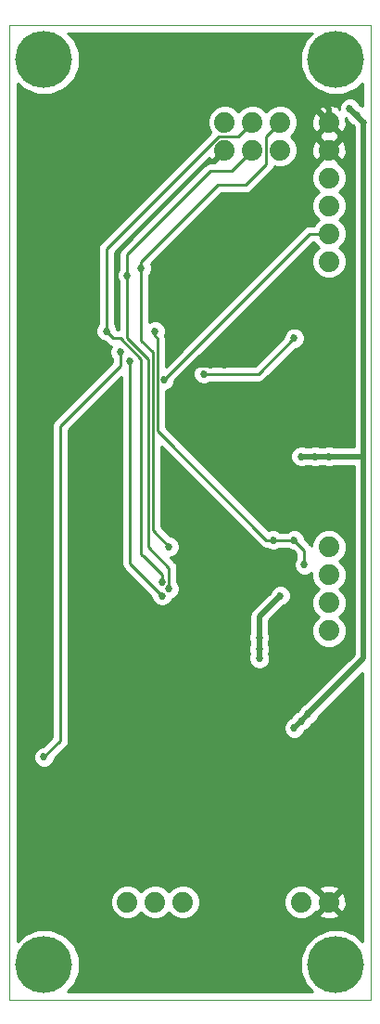
<source format=gbr>
G04 #@! TF.GenerationSoftware,KiCad,Pcbnew,(5.0.2)-1*
G04 #@! TF.CreationDate,2020-06-25T12:03:09-05:00*
G04 #@! TF.ProjectId,ProximityMother_V1,50726f78-696d-4697-9479-4d6f74686572,V1*
G04 #@! TF.SameCoordinates,Original*
G04 #@! TF.FileFunction,Copper,L2,Bot*
G04 #@! TF.FilePolarity,Positive*
%FSLAX46Y46*%
G04 Gerber Fmt 4.6, Leading zero omitted, Abs format (unit mm)*
G04 Created by KiCad (PCBNEW (5.0.2)-1) date 6/25/2020 12:03:09 PM*
%MOMM*%
%LPD*%
G01*
G04 APERTURE LIST*
G04 #@! TA.AperFunction,NonConductor*
%ADD10C,0.025400*%
G04 #@! TD*
G04 #@! TA.AperFunction,ComponentPad*
%ADD11C,1.879600*%
G04 #@! TD*
G04 #@! TA.AperFunction,ComponentPad*
%ADD12C,0.500000*%
G04 #@! TD*
G04 #@! TA.AperFunction,ComponentPad*
%ADD13C,5.200000*%
G04 #@! TD*
G04 #@! TA.AperFunction,ViaPad*
%ADD14C,0.685800*%
G04 #@! TD*
G04 #@! TA.AperFunction,Conductor*
%ADD15C,0.508000*%
G04 #@! TD*
G04 #@! TA.AperFunction,Conductor*
%ADD16C,0.254000*%
G04 #@! TD*
G04 APERTURE END LIST*
D10*
X83820000Y-160020000D02*
X83820000Y-71120000D01*
X116840000Y-160020000D02*
X83820000Y-160020000D01*
X116840000Y-71120000D02*
X116840000Y-160020000D01*
X83820000Y-71120000D02*
X116840000Y-71120000D01*
D11*
G04 #@! TO.P,ICSP1,6*
G04 #@! TO.N,GND*
X103505000Y-82550000D03*
G04 #@! TO.P,ICSP1,5*
G04 #@! TO.N,RESET*
X103505000Y-80010000D03*
G04 #@! TO.P,ICSP1,4*
G04 #@! TO.N,MOSI*
X106045000Y-82550000D03*
G04 #@! TO.P,ICSP1,3*
G04 #@! TO.N,SCK*
X106045000Y-80010000D03*
G04 #@! TO.P,ICSP1,2*
G04 #@! TO.N,+3V3*
X108585000Y-82550000D03*
G04 #@! TO.P,ICSP1,1*
G04 #@! TO.N,MISO*
X108585000Y-80010000D03*
G04 #@! TD*
D12*
G04 #@! TO.P,H1,1*
G04 #@! TO.N,Net-(H1-Pad1)*
X85471000Y-75819000D03*
X85471000Y-72771000D03*
X88519000Y-72771000D03*
X88519000Y-75819000D03*
X86995000Y-76327000D03*
X86995000Y-72263000D03*
X84963000Y-74295000D03*
X89027000Y-74295000D03*
D13*
X86995000Y-74295000D03*
G04 #@! TD*
G04 #@! TO.P,H2,1*
G04 #@! TO.N,Net-(H2-Pad1)*
X113665000Y-74295000D03*
D12*
X115697000Y-74295000D03*
X111633000Y-74295000D03*
X113665000Y-72263000D03*
X113665000Y-76327000D03*
X115189000Y-75819000D03*
X115189000Y-72771000D03*
X112141000Y-72771000D03*
X112141000Y-75819000D03*
G04 #@! TD*
D13*
G04 #@! TO.P,H3,1*
G04 #@! TO.N,Net-(H3-Pad1)*
X113665000Y-156845000D03*
D12*
X115697000Y-156845000D03*
X111633000Y-156845000D03*
X113665000Y-154813000D03*
X113665000Y-158877000D03*
X115189000Y-158369000D03*
X115189000Y-155321000D03*
X112141000Y-155321000D03*
X112141000Y-158369000D03*
G04 #@! TD*
G04 #@! TO.P,H4,1*
G04 #@! TO.N,Net-(H4-Pad1)*
X85471000Y-158369000D03*
X85471000Y-155321000D03*
X88519000Y-155321000D03*
X88519000Y-158369000D03*
X86995000Y-158877000D03*
X86995000Y-154813000D03*
X84963000Y-156845000D03*
X89027000Y-156845000D03*
D13*
X86995000Y-156845000D03*
G04 #@! TD*
D11*
G04 #@! TO.P,J1,1*
G04 #@! TO.N,VIN*
X110490000Y-151130000D03*
G04 #@! TO.P,J1,2*
G04 #@! TO.N,GND*
X113030000Y-151130000D03*
G04 #@! TD*
G04 #@! TO.P,J2,1*
G04 #@! TO.N,LC1_INA*
X113030000Y-126365000D03*
G04 #@! TO.P,J2,2*
G04 #@! TO.N,LC1_INB*
X113030000Y-123825000D03*
G04 #@! TO.P,J2,3*
G04 #@! TO.N,LC2_INA*
X113030000Y-121285000D03*
G04 #@! TO.P,J2,4*
G04 #@! TO.N,LC2_INB*
X113030000Y-118745000D03*
G04 #@! TD*
G04 #@! TO.P,J3,CTS*
G04 #@! TO.N,GND*
X113030000Y-82550000D03*
G04 #@! TO.P,J3,DTR*
G04 #@! TO.N,DTR*
X113030000Y-92710000D03*
G04 #@! TO.P,J3,GND*
G04 #@! TO.N,GND*
X113030000Y-80010000D03*
G04 #@! TO.P,J3,RXI*
G04 #@! TO.N,/ATMEGA328P MCU\002C CLK Gen\002C LDC/TXO*
X113030000Y-90170000D03*
G04 #@! TO.P,J3,TXO*
G04 #@! TO.N,/ATMEGA328P MCU\002C CLK Gen\002C LDC/RXI*
X113030000Y-87630000D03*
G04 #@! TO.P,J3,VCC*
G04 #@! TO.N,+3V3*
X113030000Y-85090000D03*
G04 #@! TD*
G04 #@! TO.P,S1,1*
G04 #@! TO.N,/Power\002C Mux/Demux\002C Connectors/VIN_LDO*
X94615000Y-151130000D03*
G04 #@! TO.P,S1,2*
G04 #@! TO.N,Net-(D1-Pad1)*
X97155000Y-151130000D03*
G04 #@! TO.P,S1,3*
G04 #@! TO.N,Net-(S1-Pad3)*
X99695000Y-151130000D03*
G04 #@! TD*
D14*
G04 #@! TO.N,GND*
X95250000Y-82780000D03*
X96520000Y-82780000D03*
X97790000Y-82780000D03*
X103505000Y-102163880D03*
X100965000Y-102163880D03*
X112395000Y-95250000D03*
X113665000Y-95250000D03*
X114935000Y-95250000D03*
X102235000Y-102163880D03*
G04 #@! TO.N,+3V3*
X116205000Y-80010000D03*
X115570000Y-79375000D03*
X114935000Y-78740000D03*
X109855000Y-135255000D03*
X110490000Y-134620000D03*
X111125000Y-133985000D03*
X113030000Y-110490000D03*
X111760000Y-110490000D03*
X110490000Y-110490000D03*
X108585000Y-123190000D03*
X106680000Y-128905000D03*
X106680000Y-128052500D03*
X106680000Y-127000000D03*
G04 #@! TO.N,MISO*
X98425000Y-118721700D03*
X95885000Y-93345000D03*
G04 #@! TO.N,SCK*
X92710000Y-99060000D03*
X97790000Y-121920000D03*
X97790000Y-121920000D03*
X97790000Y-121920000D03*
G04 #@! TO.N,MOSI*
X98425000Y-122555000D03*
X98425000Y-122555000D03*
X94615000Y-93980000D03*
G04 #@! TO.N,/ATMEGA328P MCU\002C CLK Gen\002C LDC/TXO*
X97954800Y-103505000D03*
G04 #@! TO.N,CTRL_MUX12*
X107950000Y-118110000D03*
X97147380Y-99060000D03*
X110785000Y-120355000D03*
X109855000Y-118110000D03*
G04 #@! TO.N,/ATMEGA328P MCU\002C CLK Gen\002C LDC/PROX_SENSED*
X101600000Y-102963980D03*
X109855000Y-99695000D03*
G04 #@! TO.N,/ATMEGA328P MCU\002C CLK Gen\002C LDC/LOW_BATT*
X93980000Y-100965000D03*
X86995000Y-137909400D03*
G04 #@! TO.N,CSB_LDC*
X94851200Y-101787300D03*
X97790000Y-123190000D03*
X97790000Y-123190000D03*
G04 #@! TD*
D15*
G04 #@! TO.N,GND*
X97790000Y-82780000D02*
X95250000Y-82780000D01*
X96520000Y-82780000D02*
X96520000Y-78740000D01*
X96520000Y-78740000D02*
X98425000Y-76835000D01*
X113030000Y-78740000D02*
X113030000Y-80010000D01*
X113030000Y-78740000D02*
X111125000Y-76835000D01*
X111125000Y-76835000D02*
X109855000Y-76835000D01*
X98425000Y-76835000D02*
X109855000Y-76835000D01*
X109855000Y-76835000D02*
X110490000Y-76835000D01*
X105481120Y-102163880D02*
X112395000Y-95250000D01*
X112395000Y-95250000D02*
X112395000Y-95250000D01*
X112395000Y-95250000D02*
X114935000Y-95250000D01*
X105481120Y-102163880D02*
X100965000Y-102163880D01*
G04 #@! TO.N,+3V3*
X114935000Y-78740000D02*
X116205000Y-80010000D01*
X116205000Y-128905000D02*
X111125000Y-133985000D01*
X111125000Y-133985000D02*
X111125000Y-133985000D01*
X111125000Y-133985000D02*
X110490000Y-134620000D01*
X109855000Y-135255000D02*
X109855000Y-135255000D01*
X110490000Y-134620000D02*
X109855000Y-135255000D01*
X111125000Y-133985000D02*
X111125000Y-133985000D01*
X110490000Y-110490000D02*
X116205000Y-110490000D01*
X116205000Y-80010000D02*
X116205000Y-110490000D01*
X116205000Y-110490000D02*
X116205000Y-128905000D01*
X106680000Y-125095000D02*
X108585000Y-123190000D01*
X106680000Y-127000000D02*
X106680000Y-125095000D01*
X106680000Y-127000000D02*
X106680000Y-128905000D01*
D16*
G04 #@! TO.N,MISO*
X98425000Y-118721700D02*
X96925110Y-117221810D01*
X96925110Y-115332090D02*
X96925400Y-115331800D01*
X96925110Y-117221810D02*
X96925110Y-115332090D01*
X95885000Y-99924600D02*
X96925400Y-100965000D01*
X95885000Y-93345000D02*
X95885000Y-99924600D01*
X96925400Y-115331800D02*
X96925400Y-100965000D01*
X107315000Y-81280000D02*
X108585000Y-80010000D01*
X107315000Y-83820000D02*
X107315000Y-81280000D01*
X105410000Y-85725000D02*
X107315000Y-83820000D01*
X102870000Y-85725000D02*
X105410000Y-85725000D01*
X95885000Y-93345000D02*
X95885000Y-92710000D01*
X95885000Y-92710000D02*
X102870000Y-85725000D01*
G04 #@! TO.N,SCK*
X104775000Y-81280000D02*
X106045000Y-80010000D01*
X102999800Y-81280000D02*
X104775000Y-81280000D01*
X95885000Y-119380000D02*
X96520000Y-120015000D01*
X96520000Y-120015000D02*
X96095700Y-119590700D01*
X97790000Y-121285000D02*
X96520000Y-120015000D01*
X92710000Y-99060000D02*
X93345000Y-99695000D01*
X93345000Y-99695000D02*
X93980000Y-99695000D01*
X93980000Y-99695000D02*
X95885000Y-101600000D01*
X95885000Y-101600000D02*
X95885000Y-119380000D01*
X92710000Y-91569800D02*
X92710000Y-99060000D01*
X102999800Y-81280000D02*
X92710000Y-91569800D01*
X97790000Y-121285000D02*
X97790000Y-121920000D01*
G04 #@! TO.N,MOSI*
X94615000Y-93980000D02*
X94615000Y-99695000D01*
X94615000Y-99695000D02*
X96518990Y-101598990D01*
X96518990Y-101598990D02*
X96518990Y-101601010D01*
X94615000Y-92075000D02*
X94615000Y-93980000D01*
X102235000Y-84455000D02*
X94615000Y-92075000D01*
X106045000Y-82550000D02*
X104140000Y-84455000D01*
X104140000Y-84455000D02*
X102235000Y-84455000D01*
X98425000Y-121920000D02*
X98425000Y-122555000D01*
X98425000Y-120650000D02*
X98425000Y-121920000D01*
X96518701Y-101601299D02*
X96518701Y-118743701D01*
X96518701Y-118743701D02*
X98425000Y-120650000D01*
G04 #@! TO.N,/ATMEGA328P MCU\002C CLK Gen\002C LDC/TXO*
X113030000Y-90170000D02*
X111760000Y-90170000D01*
X111289800Y-90170000D02*
X113030000Y-90170000D01*
X97954800Y-103505000D02*
X111289800Y-90170000D01*
G04 #@! TO.N,CTRL_MUX12*
X97332499Y-108127499D02*
X97790000Y-108585000D01*
X107315000Y-118110000D02*
X97790000Y-108585000D01*
X97790000Y-108585000D02*
X97332100Y-108127100D01*
X97332499Y-99730052D02*
X97332499Y-100965000D01*
X97147380Y-99544933D02*
X97332499Y-99730052D01*
X97147380Y-99060000D02*
X97147380Y-99544933D01*
X97332499Y-99770334D02*
X97332499Y-100965000D01*
X97332499Y-100965000D02*
X97332499Y-108127499D01*
X110785000Y-120355000D02*
X110785000Y-119040000D01*
X109855000Y-118110000D02*
X109855000Y-118110000D01*
X107315000Y-118110000D02*
X109855000Y-118110000D01*
X109855000Y-118110000D02*
X110785000Y-119040000D01*
G04 #@! TO.N,/ATMEGA328P MCU\002C CLK Gen\002C LDC/PROX_SENSED*
X106586020Y-102963980D02*
X109855000Y-99695000D01*
X101600000Y-102963980D02*
X102235000Y-102963980D01*
X102141020Y-102963980D02*
X102235000Y-102963980D01*
X102235000Y-102963980D02*
X106586020Y-102963980D01*
G04 #@! TO.N,/ATMEGA328P MCU\002C CLK Gen\002C LDC/LOW_BATT*
X86995000Y-137909400D02*
X88490500Y-136413900D01*
X93980000Y-100965000D02*
X93980000Y-102235000D01*
X88490500Y-107724500D02*
X88490500Y-108585000D01*
X93980000Y-102235000D02*
X88490500Y-107724500D01*
X88490500Y-136413900D02*
X88490500Y-108585000D01*
G04 #@! TO.N,CSB_LDC*
X94851200Y-119616200D02*
X94851200Y-117475000D01*
X94851200Y-101787300D02*
X94851200Y-117475000D01*
X94851200Y-117475000D02*
X94851200Y-118140700D01*
X94851200Y-120251200D02*
X94851200Y-119616200D01*
X97790000Y-123190000D02*
X94851200Y-120251200D01*
G04 #@! TD*
G04 #@! TO.N,GND*
G36*
X110922500Y-72462520D02*
X110430000Y-73651519D01*
X110430000Y-74938481D01*
X110922500Y-76127480D01*
X111832520Y-77037500D01*
X113021519Y-77530000D01*
X114308481Y-77530000D01*
X115497480Y-77037500D01*
X116078000Y-76456980D01*
X116078000Y-78526950D01*
X115909312Y-78457077D01*
X115852923Y-78400688D01*
X115764023Y-78186064D01*
X115488936Y-77910977D01*
X115129516Y-77762100D01*
X114740484Y-77762100D01*
X114381064Y-77910977D01*
X114105977Y-78186064D01*
X113957100Y-78545484D01*
X113957100Y-78894571D01*
X113868077Y-78640420D01*
X113280167Y-78423955D01*
X112654172Y-78448951D01*
X112191923Y-78640420D01*
X112100637Y-78901032D01*
X113030000Y-79830395D01*
X113044143Y-79816253D01*
X113223748Y-79995858D01*
X113209605Y-80010000D01*
X114138968Y-80939363D01*
X114399580Y-80848077D01*
X114616045Y-80260167D01*
X114591935Y-79656369D01*
X114595688Y-79657923D01*
X114652077Y-79714312D01*
X114740977Y-79928936D01*
X115016064Y-80204023D01*
X115230687Y-80292923D01*
X115287077Y-80349313D01*
X115316000Y-80419139D01*
X115316001Y-109601000D01*
X113439139Y-109601000D01*
X113224516Y-109512100D01*
X112835484Y-109512100D01*
X112620861Y-109601000D01*
X112169139Y-109601000D01*
X111954516Y-109512100D01*
X111565484Y-109512100D01*
X111350861Y-109601000D01*
X110899139Y-109601000D01*
X110684516Y-109512100D01*
X110295484Y-109512100D01*
X109936064Y-109660977D01*
X109660977Y-109936064D01*
X109512100Y-110295484D01*
X109512100Y-110684516D01*
X109660977Y-111043936D01*
X109936064Y-111319023D01*
X110295484Y-111467900D01*
X110684516Y-111467900D01*
X110899139Y-111379000D01*
X111350861Y-111379000D01*
X111565484Y-111467900D01*
X111954516Y-111467900D01*
X112169139Y-111379000D01*
X112620861Y-111379000D01*
X112835484Y-111467900D01*
X113224516Y-111467900D01*
X113439139Y-111379000D01*
X115316000Y-111379000D01*
X115316001Y-128536763D01*
X110785689Y-133067076D01*
X110571064Y-133155977D01*
X110295977Y-133431064D01*
X110207077Y-133645688D01*
X110150688Y-133702077D01*
X109936064Y-133790977D01*
X109660977Y-134066064D01*
X109572077Y-134280688D01*
X109515688Y-134337077D01*
X109301064Y-134425977D01*
X109025977Y-134701064D01*
X108877100Y-135060484D01*
X108877100Y-135449516D01*
X109025977Y-135808936D01*
X109301064Y-136084023D01*
X109660484Y-136232900D01*
X110049516Y-136232900D01*
X110408936Y-136084023D01*
X110684023Y-135808936D01*
X110772923Y-135594312D01*
X110829312Y-135537923D01*
X111043936Y-135449023D01*
X111319023Y-135173936D01*
X111407923Y-134959312D01*
X111464312Y-134902923D01*
X111678936Y-134814023D01*
X111954023Y-134538936D01*
X112042924Y-134324311D01*
X116078000Y-130289236D01*
X116078000Y-154683020D01*
X115497480Y-154102500D01*
X114308481Y-153610000D01*
X113021519Y-153610000D01*
X111832520Y-154102500D01*
X110922500Y-155012520D01*
X110430000Y-156201519D01*
X110430000Y-157488481D01*
X110922500Y-158677480D01*
X111503020Y-159258000D01*
X89156980Y-159258000D01*
X89737500Y-158677480D01*
X90230000Y-157488481D01*
X90230000Y-156201519D01*
X89737500Y-155012520D01*
X88827480Y-154102500D01*
X87638481Y-153610000D01*
X86351519Y-153610000D01*
X85162520Y-154102500D01*
X84582000Y-154683020D01*
X84582000Y-150816753D01*
X93040200Y-150816753D01*
X93040200Y-151443247D01*
X93279949Y-152022052D01*
X93722948Y-152465051D01*
X94301753Y-152704800D01*
X94928247Y-152704800D01*
X95507052Y-152465051D01*
X95885000Y-152087103D01*
X96262948Y-152465051D01*
X96841753Y-152704800D01*
X97468247Y-152704800D01*
X98047052Y-152465051D01*
X98425000Y-152087103D01*
X98802948Y-152465051D01*
X99381753Y-152704800D01*
X100008247Y-152704800D01*
X100587052Y-152465051D01*
X101030051Y-152022052D01*
X101269800Y-151443247D01*
X101269800Y-150816753D01*
X108915200Y-150816753D01*
X108915200Y-151443247D01*
X109154949Y-152022052D01*
X109597948Y-152465051D01*
X110176753Y-152704800D01*
X110803247Y-152704800D01*
X111382052Y-152465051D01*
X111608135Y-152238968D01*
X112100637Y-152238968D01*
X112191923Y-152499580D01*
X112779833Y-152716045D01*
X113405828Y-152691049D01*
X113868077Y-152499580D01*
X113959363Y-152238968D01*
X113030000Y-151309605D01*
X112100637Y-152238968D01*
X111608135Y-152238968D01*
X111822317Y-152024786D01*
X111921032Y-152059363D01*
X112850395Y-151130000D01*
X113209605Y-151130000D01*
X114138968Y-152059363D01*
X114399580Y-151968077D01*
X114616045Y-151380167D01*
X114591049Y-150754172D01*
X114399580Y-150291923D01*
X114138968Y-150200637D01*
X113209605Y-151130000D01*
X112850395Y-151130000D01*
X111921032Y-150200637D01*
X111822317Y-150235214D01*
X111608135Y-150021032D01*
X112100637Y-150021032D01*
X113030000Y-150950395D01*
X113959363Y-150021032D01*
X113868077Y-149760420D01*
X113280167Y-149543955D01*
X112654172Y-149568951D01*
X112191923Y-149760420D01*
X112100637Y-150021032D01*
X111608135Y-150021032D01*
X111382052Y-149794949D01*
X110803247Y-149555200D01*
X110176753Y-149555200D01*
X109597948Y-149794949D01*
X109154949Y-150237948D01*
X108915200Y-150816753D01*
X101269800Y-150816753D01*
X101030051Y-150237948D01*
X100587052Y-149794949D01*
X100008247Y-149555200D01*
X99381753Y-149555200D01*
X98802948Y-149794949D01*
X98425000Y-150172897D01*
X98047052Y-149794949D01*
X97468247Y-149555200D01*
X96841753Y-149555200D01*
X96262948Y-149794949D01*
X95885000Y-150172897D01*
X95507052Y-149794949D01*
X94928247Y-149555200D01*
X94301753Y-149555200D01*
X93722948Y-149794949D01*
X93279949Y-150237948D01*
X93040200Y-150816753D01*
X84582000Y-150816753D01*
X84582000Y-137714884D01*
X86017100Y-137714884D01*
X86017100Y-138103916D01*
X86165977Y-138463336D01*
X86441064Y-138738423D01*
X86800484Y-138887300D01*
X87189516Y-138887300D01*
X87548936Y-138738423D01*
X87824023Y-138463336D01*
X87972900Y-138103916D01*
X87972900Y-138009130D01*
X88976250Y-137005781D01*
X89039871Y-136963271D01*
X89208288Y-136711217D01*
X89252500Y-136488948D01*
X89252500Y-136488944D01*
X89267427Y-136413901D01*
X89252500Y-136338858D01*
X89252500Y-126805484D01*
X105702100Y-126805484D01*
X105702100Y-127194516D01*
X105791000Y-127409140D01*
X105791000Y-127643360D01*
X105702100Y-127857984D01*
X105702100Y-128247016D01*
X105791001Y-128461641D01*
X105791001Y-128495859D01*
X105702100Y-128710484D01*
X105702100Y-129099516D01*
X105850977Y-129458936D01*
X106126064Y-129734023D01*
X106485484Y-129882900D01*
X106874516Y-129882900D01*
X107233936Y-129734023D01*
X107509023Y-129458936D01*
X107657900Y-129099516D01*
X107657900Y-128710484D01*
X107569000Y-128495861D01*
X107569000Y-128461639D01*
X107657900Y-128247016D01*
X107657900Y-127857984D01*
X107569000Y-127643361D01*
X107569000Y-127409139D01*
X107657900Y-127194516D01*
X107657900Y-126805484D01*
X107569000Y-126590861D01*
X107569000Y-125463235D01*
X108924313Y-124107923D01*
X109138936Y-124019023D01*
X109414023Y-123743936D01*
X109562900Y-123384516D01*
X109562900Y-122995484D01*
X109414023Y-122636064D01*
X109138936Y-122360977D01*
X108779516Y-122212100D01*
X108390484Y-122212100D01*
X108031064Y-122360977D01*
X107755977Y-122636064D01*
X107667077Y-122850687D01*
X106113294Y-124404471D01*
X106039068Y-124454067D01*
X105989472Y-124528293D01*
X105989471Y-124528294D01*
X105842582Y-124748130D01*
X105773584Y-125095000D01*
X105791001Y-125182559D01*
X105791000Y-126590860D01*
X105702100Y-126805484D01*
X89252500Y-126805484D01*
X89252500Y-108040130D01*
X94089200Y-103203431D01*
X94089201Y-117399948D01*
X94089200Y-117399953D01*
X94089200Y-118215748D01*
X94089201Y-118215751D01*
X94089200Y-119541152D01*
X94089200Y-120176157D01*
X94074273Y-120251200D01*
X94089200Y-120326243D01*
X94089200Y-120326247D01*
X94133412Y-120548516D01*
X94301829Y-120800571D01*
X94365453Y-120843083D01*
X96812100Y-123289731D01*
X96812100Y-123384516D01*
X96960977Y-123743936D01*
X97236064Y-124019023D01*
X97595484Y-124167900D01*
X97984516Y-124167900D01*
X98343936Y-124019023D01*
X98619023Y-123743936D01*
X98724439Y-123489439D01*
X98978936Y-123384023D01*
X99254023Y-123108936D01*
X99402900Y-122749516D01*
X99402900Y-122360484D01*
X99254023Y-122001064D01*
X99187000Y-121934041D01*
X99187000Y-120725043D01*
X99201927Y-120650000D01*
X99187000Y-120574957D01*
X99187000Y-120574952D01*
X99142788Y-120352683D01*
X98974371Y-120100629D01*
X98910750Y-120058119D01*
X98552231Y-119699600D01*
X98619516Y-119699600D01*
X98978936Y-119550723D01*
X99254023Y-119275636D01*
X99402900Y-118916216D01*
X99402900Y-118527184D01*
X99254023Y-118167764D01*
X98978936Y-117892677D01*
X98619516Y-117743800D01*
X98524731Y-117743800D01*
X97687110Y-116906180D01*
X97687110Y-115408306D01*
X97687400Y-115406848D01*
X97687400Y-115406844D01*
X97702327Y-115331801D01*
X97687400Y-115256758D01*
X97687400Y-109560030D01*
X106723117Y-118595748D01*
X106765629Y-118659371D01*
X106829251Y-118701882D01*
X107017681Y-118827787D01*
X107017682Y-118827787D01*
X107017683Y-118827788D01*
X107239952Y-118872000D01*
X107239956Y-118872000D01*
X107314999Y-118886927D01*
X107339162Y-118882121D01*
X107396064Y-118939023D01*
X107755484Y-119087900D01*
X108144516Y-119087900D01*
X108503936Y-118939023D01*
X108570959Y-118872000D01*
X109234041Y-118872000D01*
X109301064Y-118939023D01*
X109660484Y-119087900D01*
X109755270Y-119087900D01*
X110023001Y-119355631D01*
X110023000Y-119734041D01*
X109955977Y-119801064D01*
X109807100Y-120160484D01*
X109807100Y-120549516D01*
X109955977Y-120908936D01*
X110231064Y-121184023D01*
X110590484Y-121332900D01*
X110979516Y-121332900D01*
X111338936Y-121184023D01*
X111455200Y-121067759D01*
X111455200Y-121598247D01*
X111694949Y-122177052D01*
X112072897Y-122555000D01*
X111694949Y-122932948D01*
X111455200Y-123511753D01*
X111455200Y-124138247D01*
X111694949Y-124717052D01*
X112072897Y-125095000D01*
X111694949Y-125472948D01*
X111455200Y-126051753D01*
X111455200Y-126678247D01*
X111694949Y-127257052D01*
X112137948Y-127700051D01*
X112716753Y-127939800D01*
X113343247Y-127939800D01*
X113922052Y-127700051D01*
X114365051Y-127257052D01*
X114604800Y-126678247D01*
X114604800Y-126051753D01*
X114365051Y-125472948D01*
X113987103Y-125095000D01*
X114365051Y-124717052D01*
X114604800Y-124138247D01*
X114604800Y-123511753D01*
X114365051Y-122932948D01*
X113987103Y-122555000D01*
X114365051Y-122177052D01*
X114604800Y-121598247D01*
X114604800Y-120971753D01*
X114365051Y-120392948D01*
X113987103Y-120015000D01*
X114365051Y-119637052D01*
X114604800Y-119058247D01*
X114604800Y-118431753D01*
X114365051Y-117852948D01*
X113922052Y-117409949D01*
X113343247Y-117170200D01*
X112716753Y-117170200D01*
X112137948Y-117409949D01*
X111694949Y-117852948D01*
X111455200Y-118431753D01*
X111455200Y-118671462D01*
X111334371Y-118490629D01*
X111270749Y-118448118D01*
X110832900Y-118010270D01*
X110832900Y-117915484D01*
X110684023Y-117556064D01*
X110408936Y-117280977D01*
X110049516Y-117132100D01*
X109660484Y-117132100D01*
X109301064Y-117280977D01*
X109234041Y-117348000D01*
X108570959Y-117348000D01*
X108503936Y-117280977D01*
X108144516Y-117132100D01*
X107755484Y-117132100D01*
X107514535Y-117231904D01*
X98275748Y-107993118D01*
X98094499Y-107811869D01*
X98094499Y-104482900D01*
X98149316Y-104482900D01*
X98508736Y-104334023D01*
X98783823Y-104058936D01*
X98932700Y-103699516D01*
X98932700Y-103604730D01*
X99767966Y-102769464D01*
X100622100Y-102769464D01*
X100622100Y-103158496D01*
X100770977Y-103517916D01*
X101046064Y-103793003D01*
X101405484Y-103941880D01*
X101794516Y-103941880D01*
X102153936Y-103793003D01*
X102220959Y-103725980D01*
X106510977Y-103725980D01*
X106586020Y-103740907D01*
X106661063Y-103725980D01*
X106661068Y-103725980D01*
X106883337Y-103681768D01*
X107135391Y-103513351D01*
X107177903Y-103449727D01*
X109954731Y-100672900D01*
X110049516Y-100672900D01*
X110408936Y-100524023D01*
X110684023Y-100248936D01*
X110832900Y-99889516D01*
X110832900Y-99500484D01*
X110684023Y-99141064D01*
X110408936Y-98865977D01*
X110049516Y-98717100D01*
X109660484Y-98717100D01*
X109301064Y-98865977D01*
X109025977Y-99141064D01*
X108877100Y-99500484D01*
X108877100Y-99595269D01*
X106270390Y-102201980D01*
X102220959Y-102201980D01*
X102153936Y-102134957D01*
X101794516Y-101986080D01*
X101405484Y-101986080D01*
X101046064Y-102134957D01*
X100770977Y-102410044D01*
X100622100Y-102769464D01*
X99767966Y-102769464D01*
X111605431Y-90932000D01*
X111641080Y-90932000D01*
X111694949Y-91062052D01*
X112072897Y-91440000D01*
X111694949Y-91817948D01*
X111455200Y-92396753D01*
X111455200Y-93023247D01*
X111694949Y-93602052D01*
X112137948Y-94045051D01*
X112716753Y-94284800D01*
X113343247Y-94284800D01*
X113922052Y-94045051D01*
X114365051Y-93602052D01*
X114604800Y-93023247D01*
X114604800Y-92396753D01*
X114365051Y-91817948D01*
X113987103Y-91440000D01*
X114365051Y-91062052D01*
X114604800Y-90483247D01*
X114604800Y-89856753D01*
X114365051Y-89277948D01*
X113987103Y-88900000D01*
X114365051Y-88522052D01*
X114604800Y-87943247D01*
X114604800Y-87316753D01*
X114365051Y-86737948D01*
X113987103Y-86360000D01*
X114365051Y-85982052D01*
X114604800Y-85403247D01*
X114604800Y-84776753D01*
X114365051Y-84197948D01*
X113924786Y-83757683D01*
X113959363Y-83658968D01*
X113030000Y-82729605D01*
X112100637Y-83658968D01*
X112135214Y-83757683D01*
X111694949Y-84197948D01*
X111455200Y-84776753D01*
X111455200Y-85403247D01*
X111694949Y-85982052D01*
X112072897Y-86360000D01*
X111694949Y-86737948D01*
X111455200Y-87316753D01*
X111455200Y-87943247D01*
X111694949Y-88522052D01*
X112072897Y-88900000D01*
X111694949Y-89277948D01*
X111641080Y-89408000D01*
X111364847Y-89408000D01*
X111289800Y-89393072D01*
X111214753Y-89408000D01*
X111214752Y-89408000D01*
X110992483Y-89452212D01*
X110740429Y-89620629D01*
X110697918Y-89684251D01*
X98094499Y-102287671D01*
X98094499Y-99805099D01*
X98109427Y-99730052D01*
X98088985Y-99627283D01*
X98050667Y-99434647D01*
X98125280Y-99254516D01*
X98125280Y-98865484D01*
X97976403Y-98506064D01*
X97701316Y-98230977D01*
X97341896Y-98082100D01*
X96952864Y-98082100D01*
X96647000Y-98208793D01*
X96647000Y-93965959D01*
X96714023Y-93898936D01*
X96862900Y-93539516D01*
X96862900Y-93150484D01*
X96763095Y-92909535D01*
X103185631Y-86487000D01*
X105334957Y-86487000D01*
X105410000Y-86501927D01*
X105485043Y-86487000D01*
X105485048Y-86487000D01*
X105707317Y-86442788D01*
X105959371Y-86274371D01*
X106001883Y-86210747D01*
X107800750Y-84411881D01*
X107864371Y-84369371D01*
X108032788Y-84117317D01*
X108049603Y-84032782D01*
X108271753Y-84124800D01*
X108898247Y-84124800D01*
X109477052Y-83885051D01*
X109920051Y-83442052D01*
X110159800Y-82863247D01*
X110159800Y-82299833D01*
X111443955Y-82299833D01*
X111468951Y-82925828D01*
X111660420Y-83388077D01*
X111921032Y-83479363D01*
X112850395Y-82550000D01*
X113209605Y-82550000D01*
X114138968Y-83479363D01*
X114399580Y-83388077D01*
X114616045Y-82800167D01*
X114591049Y-82174172D01*
X114399580Y-81711923D01*
X114138968Y-81620637D01*
X113209605Y-82550000D01*
X112850395Y-82550000D01*
X111921032Y-81620637D01*
X111660420Y-81711923D01*
X111443955Y-82299833D01*
X110159800Y-82299833D01*
X110159800Y-82236753D01*
X109920051Y-81657948D01*
X109542103Y-81280000D01*
X109703135Y-81118968D01*
X112100637Y-81118968D01*
X112157043Y-81280000D01*
X112100637Y-81441032D01*
X113030000Y-82370395D01*
X113959363Y-81441032D01*
X113902957Y-81280000D01*
X113959363Y-81118968D01*
X113030000Y-80189605D01*
X112100637Y-81118968D01*
X109703135Y-81118968D01*
X109920051Y-80902052D01*
X110159800Y-80323247D01*
X110159800Y-79759833D01*
X111443955Y-79759833D01*
X111468951Y-80385828D01*
X111660420Y-80848077D01*
X111921032Y-80939363D01*
X112850395Y-80010000D01*
X111921032Y-79080637D01*
X111660420Y-79171923D01*
X111443955Y-79759833D01*
X110159800Y-79759833D01*
X110159800Y-79696753D01*
X109920051Y-79117948D01*
X109477052Y-78674949D01*
X108898247Y-78435200D01*
X108271753Y-78435200D01*
X107692948Y-78674949D01*
X107315000Y-79052897D01*
X106937052Y-78674949D01*
X106358247Y-78435200D01*
X105731753Y-78435200D01*
X105152948Y-78674949D01*
X104775000Y-79052897D01*
X104397052Y-78674949D01*
X103818247Y-78435200D01*
X103191753Y-78435200D01*
X102612948Y-78674949D01*
X102169949Y-79117948D01*
X101930200Y-79696753D01*
X101930200Y-80323247D01*
X102169949Y-80902052D01*
X102235033Y-80967136D01*
X92224253Y-90977916D01*
X92160629Y-91020429D01*
X91992212Y-91272484D01*
X91948000Y-91494753D01*
X91948000Y-91494757D01*
X91933073Y-91569800D01*
X91948000Y-91644843D01*
X91948001Y-98439040D01*
X91880977Y-98506064D01*
X91732100Y-98865484D01*
X91732100Y-99254516D01*
X91880977Y-99613936D01*
X92156064Y-99889023D01*
X92515484Y-100037900D01*
X92610269Y-100037900D01*
X92753117Y-100180748D01*
X92795629Y-100244371D01*
X93047683Y-100412788D01*
X93142454Y-100431639D01*
X93002100Y-100770484D01*
X93002100Y-101159516D01*
X93150977Y-101518936D01*
X93218000Y-101585959D01*
X93218001Y-101919368D01*
X88004753Y-107132617D01*
X87941129Y-107175129D01*
X87772712Y-107427184D01*
X87728500Y-107649453D01*
X87728500Y-107649457D01*
X87713573Y-107724500D01*
X87728500Y-107799543D01*
X87728500Y-108660048D01*
X87728501Y-108660053D01*
X87728500Y-136098269D01*
X86895270Y-136931500D01*
X86800484Y-136931500D01*
X86441064Y-137080377D01*
X86165977Y-137355464D01*
X86017100Y-137714884D01*
X84582000Y-137714884D01*
X84582000Y-76456980D01*
X85162520Y-77037500D01*
X86351519Y-77530000D01*
X87638481Y-77530000D01*
X88827480Y-77037500D01*
X89737500Y-76127480D01*
X90230000Y-74938481D01*
X90230000Y-73651519D01*
X89737500Y-72462520D01*
X89156980Y-71882000D01*
X111503020Y-71882000D01*
X110922500Y-72462520D01*
X110922500Y-72462520D01*
G37*
X110922500Y-72462520D02*
X110430000Y-73651519D01*
X110430000Y-74938481D01*
X110922500Y-76127480D01*
X111832520Y-77037500D01*
X113021519Y-77530000D01*
X114308481Y-77530000D01*
X115497480Y-77037500D01*
X116078000Y-76456980D01*
X116078000Y-78526950D01*
X115909312Y-78457077D01*
X115852923Y-78400688D01*
X115764023Y-78186064D01*
X115488936Y-77910977D01*
X115129516Y-77762100D01*
X114740484Y-77762100D01*
X114381064Y-77910977D01*
X114105977Y-78186064D01*
X113957100Y-78545484D01*
X113957100Y-78894571D01*
X113868077Y-78640420D01*
X113280167Y-78423955D01*
X112654172Y-78448951D01*
X112191923Y-78640420D01*
X112100637Y-78901032D01*
X113030000Y-79830395D01*
X113044143Y-79816253D01*
X113223748Y-79995858D01*
X113209605Y-80010000D01*
X114138968Y-80939363D01*
X114399580Y-80848077D01*
X114616045Y-80260167D01*
X114591935Y-79656369D01*
X114595688Y-79657923D01*
X114652077Y-79714312D01*
X114740977Y-79928936D01*
X115016064Y-80204023D01*
X115230687Y-80292923D01*
X115287077Y-80349313D01*
X115316000Y-80419139D01*
X115316001Y-109601000D01*
X113439139Y-109601000D01*
X113224516Y-109512100D01*
X112835484Y-109512100D01*
X112620861Y-109601000D01*
X112169139Y-109601000D01*
X111954516Y-109512100D01*
X111565484Y-109512100D01*
X111350861Y-109601000D01*
X110899139Y-109601000D01*
X110684516Y-109512100D01*
X110295484Y-109512100D01*
X109936064Y-109660977D01*
X109660977Y-109936064D01*
X109512100Y-110295484D01*
X109512100Y-110684516D01*
X109660977Y-111043936D01*
X109936064Y-111319023D01*
X110295484Y-111467900D01*
X110684516Y-111467900D01*
X110899139Y-111379000D01*
X111350861Y-111379000D01*
X111565484Y-111467900D01*
X111954516Y-111467900D01*
X112169139Y-111379000D01*
X112620861Y-111379000D01*
X112835484Y-111467900D01*
X113224516Y-111467900D01*
X113439139Y-111379000D01*
X115316000Y-111379000D01*
X115316001Y-128536763D01*
X110785689Y-133067076D01*
X110571064Y-133155977D01*
X110295977Y-133431064D01*
X110207077Y-133645688D01*
X110150688Y-133702077D01*
X109936064Y-133790977D01*
X109660977Y-134066064D01*
X109572077Y-134280688D01*
X109515688Y-134337077D01*
X109301064Y-134425977D01*
X109025977Y-134701064D01*
X108877100Y-135060484D01*
X108877100Y-135449516D01*
X109025977Y-135808936D01*
X109301064Y-136084023D01*
X109660484Y-136232900D01*
X110049516Y-136232900D01*
X110408936Y-136084023D01*
X110684023Y-135808936D01*
X110772923Y-135594312D01*
X110829312Y-135537923D01*
X111043936Y-135449023D01*
X111319023Y-135173936D01*
X111407923Y-134959312D01*
X111464312Y-134902923D01*
X111678936Y-134814023D01*
X111954023Y-134538936D01*
X112042924Y-134324311D01*
X116078000Y-130289236D01*
X116078000Y-154683020D01*
X115497480Y-154102500D01*
X114308481Y-153610000D01*
X113021519Y-153610000D01*
X111832520Y-154102500D01*
X110922500Y-155012520D01*
X110430000Y-156201519D01*
X110430000Y-157488481D01*
X110922500Y-158677480D01*
X111503020Y-159258000D01*
X89156980Y-159258000D01*
X89737500Y-158677480D01*
X90230000Y-157488481D01*
X90230000Y-156201519D01*
X89737500Y-155012520D01*
X88827480Y-154102500D01*
X87638481Y-153610000D01*
X86351519Y-153610000D01*
X85162520Y-154102500D01*
X84582000Y-154683020D01*
X84582000Y-150816753D01*
X93040200Y-150816753D01*
X93040200Y-151443247D01*
X93279949Y-152022052D01*
X93722948Y-152465051D01*
X94301753Y-152704800D01*
X94928247Y-152704800D01*
X95507052Y-152465051D01*
X95885000Y-152087103D01*
X96262948Y-152465051D01*
X96841753Y-152704800D01*
X97468247Y-152704800D01*
X98047052Y-152465051D01*
X98425000Y-152087103D01*
X98802948Y-152465051D01*
X99381753Y-152704800D01*
X100008247Y-152704800D01*
X100587052Y-152465051D01*
X101030051Y-152022052D01*
X101269800Y-151443247D01*
X101269800Y-150816753D01*
X108915200Y-150816753D01*
X108915200Y-151443247D01*
X109154949Y-152022052D01*
X109597948Y-152465051D01*
X110176753Y-152704800D01*
X110803247Y-152704800D01*
X111382052Y-152465051D01*
X111608135Y-152238968D01*
X112100637Y-152238968D01*
X112191923Y-152499580D01*
X112779833Y-152716045D01*
X113405828Y-152691049D01*
X113868077Y-152499580D01*
X113959363Y-152238968D01*
X113030000Y-151309605D01*
X112100637Y-152238968D01*
X111608135Y-152238968D01*
X111822317Y-152024786D01*
X111921032Y-152059363D01*
X112850395Y-151130000D01*
X113209605Y-151130000D01*
X114138968Y-152059363D01*
X114399580Y-151968077D01*
X114616045Y-151380167D01*
X114591049Y-150754172D01*
X114399580Y-150291923D01*
X114138968Y-150200637D01*
X113209605Y-151130000D01*
X112850395Y-151130000D01*
X111921032Y-150200637D01*
X111822317Y-150235214D01*
X111608135Y-150021032D01*
X112100637Y-150021032D01*
X113030000Y-150950395D01*
X113959363Y-150021032D01*
X113868077Y-149760420D01*
X113280167Y-149543955D01*
X112654172Y-149568951D01*
X112191923Y-149760420D01*
X112100637Y-150021032D01*
X111608135Y-150021032D01*
X111382052Y-149794949D01*
X110803247Y-149555200D01*
X110176753Y-149555200D01*
X109597948Y-149794949D01*
X109154949Y-150237948D01*
X108915200Y-150816753D01*
X101269800Y-150816753D01*
X101030051Y-150237948D01*
X100587052Y-149794949D01*
X100008247Y-149555200D01*
X99381753Y-149555200D01*
X98802948Y-149794949D01*
X98425000Y-150172897D01*
X98047052Y-149794949D01*
X97468247Y-149555200D01*
X96841753Y-149555200D01*
X96262948Y-149794949D01*
X95885000Y-150172897D01*
X95507052Y-149794949D01*
X94928247Y-149555200D01*
X94301753Y-149555200D01*
X93722948Y-149794949D01*
X93279949Y-150237948D01*
X93040200Y-150816753D01*
X84582000Y-150816753D01*
X84582000Y-137714884D01*
X86017100Y-137714884D01*
X86017100Y-138103916D01*
X86165977Y-138463336D01*
X86441064Y-138738423D01*
X86800484Y-138887300D01*
X87189516Y-138887300D01*
X87548936Y-138738423D01*
X87824023Y-138463336D01*
X87972900Y-138103916D01*
X87972900Y-138009130D01*
X88976250Y-137005781D01*
X89039871Y-136963271D01*
X89208288Y-136711217D01*
X89252500Y-136488948D01*
X89252500Y-136488944D01*
X89267427Y-136413901D01*
X89252500Y-136338858D01*
X89252500Y-126805484D01*
X105702100Y-126805484D01*
X105702100Y-127194516D01*
X105791000Y-127409140D01*
X105791000Y-127643360D01*
X105702100Y-127857984D01*
X105702100Y-128247016D01*
X105791001Y-128461641D01*
X105791001Y-128495859D01*
X105702100Y-128710484D01*
X105702100Y-129099516D01*
X105850977Y-129458936D01*
X106126064Y-129734023D01*
X106485484Y-129882900D01*
X106874516Y-129882900D01*
X107233936Y-129734023D01*
X107509023Y-129458936D01*
X107657900Y-129099516D01*
X107657900Y-128710484D01*
X107569000Y-128495861D01*
X107569000Y-128461639D01*
X107657900Y-128247016D01*
X107657900Y-127857984D01*
X107569000Y-127643361D01*
X107569000Y-127409139D01*
X107657900Y-127194516D01*
X107657900Y-126805484D01*
X107569000Y-126590861D01*
X107569000Y-125463235D01*
X108924313Y-124107923D01*
X109138936Y-124019023D01*
X109414023Y-123743936D01*
X109562900Y-123384516D01*
X109562900Y-122995484D01*
X109414023Y-122636064D01*
X109138936Y-122360977D01*
X108779516Y-122212100D01*
X108390484Y-122212100D01*
X108031064Y-122360977D01*
X107755977Y-122636064D01*
X107667077Y-122850687D01*
X106113294Y-124404471D01*
X106039068Y-124454067D01*
X105989472Y-124528293D01*
X105989471Y-124528294D01*
X105842582Y-124748130D01*
X105773584Y-125095000D01*
X105791001Y-125182559D01*
X105791000Y-126590860D01*
X105702100Y-126805484D01*
X89252500Y-126805484D01*
X89252500Y-108040130D01*
X94089200Y-103203431D01*
X94089201Y-117399948D01*
X94089200Y-117399953D01*
X94089200Y-118215748D01*
X94089201Y-118215751D01*
X94089200Y-119541152D01*
X94089200Y-120176157D01*
X94074273Y-120251200D01*
X94089200Y-120326243D01*
X94089200Y-120326247D01*
X94133412Y-120548516D01*
X94301829Y-120800571D01*
X94365453Y-120843083D01*
X96812100Y-123289731D01*
X96812100Y-123384516D01*
X96960977Y-123743936D01*
X97236064Y-124019023D01*
X97595484Y-124167900D01*
X97984516Y-124167900D01*
X98343936Y-124019023D01*
X98619023Y-123743936D01*
X98724439Y-123489439D01*
X98978936Y-123384023D01*
X99254023Y-123108936D01*
X99402900Y-122749516D01*
X99402900Y-122360484D01*
X99254023Y-122001064D01*
X99187000Y-121934041D01*
X99187000Y-120725043D01*
X99201927Y-120650000D01*
X99187000Y-120574957D01*
X99187000Y-120574952D01*
X99142788Y-120352683D01*
X98974371Y-120100629D01*
X98910750Y-120058119D01*
X98552231Y-119699600D01*
X98619516Y-119699600D01*
X98978936Y-119550723D01*
X99254023Y-119275636D01*
X99402900Y-118916216D01*
X99402900Y-118527184D01*
X99254023Y-118167764D01*
X98978936Y-117892677D01*
X98619516Y-117743800D01*
X98524731Y-117743800D01*
X97687110Y-116906180D01*
X97687110Y-115408306D01*
X97687400Y-115406848D01*
X97687400Y-115406844D01*
X97702327Y-115331801D01*
X97687400Y-115256758D01*
X97687400Y-109560030D01*
X106723117Y-118595748D01*
X106765629Y-118659371D01*
X106829251Y-118701882D01*
X107017681Y-118827787D01*
X107017682Y-118827787D01*
X107017683Y-118827788D01*
X107239952Y-118872000D01*
X107239956Y-118872000D01*
X107314999Y-118886927D01*
X107339162Y-118882121D01*
X107396064Y-118939023D01*
X107755484Y-119087900D01*
X108144516Y-119087900D01*
X108503936Y-118939023D01*
X108570959Y-118872000D01*
X109234041Y-118872000D01*
X109301064Y-118939023D01*
X109660484Y-119087900D01*
X109755270Y-119087900D01*
X110023001Y-119355631D01*
X110023000Y-119734041D01*
X109955977Y-119801064D01*
X109807100Y-120160484D01*
X109807100Y-120549516D01*
X109955977Y-120908936D01*
X110231064Y-121184023D01*
X110590484Y-121332900D01*
X110979516Y-121332900D01*
X111338936Y-121184023D01*
X111455200Y-121067759D01*
X111455200Y-121598247D01*
X111694949Y-122177052D01*
X112072897Y-122555000D01*
X111694949Y-122932948D01*
X111455200Y-123511753D01*
X111455200Y-124138247D01*
X111694949Y-124717052D01*
X112072897Y-125095000D01*
X111694949Y-125472948D01*
X111455200Y-126051753D01*
X111455200Y-126678247D01*
X111694949Y-127257052D01*
X112137948Y-127700051D01*
X112716753Y-127939800D01*
X113343247Y-127939800D01*
X113922052Y-127700051D01*
X114365051Y-127257052D01*
X114604800Y-126678247D01*
X114604800Y-126051753D01*
X114365051Y-125472948D01*
X113987103Y-125095000D01*
X114365051Y-124717052D01*
X114604800Y-124138247D01*
X114604800Y-123511753D01*
X114365051Y-122932948D01*
X113987103Y-122555000D01*
X114365051Y-122177052D01*
X114604800Y-121598247D01*
X114604800Y-120971753D01*
X114365051Y-120392948D01*
X113987103Y-120015000D01*
X114365051Y-119637052D01*
X114604800Y-119058247D01*
X114604800Y-118431753D01*
X114365051Y-117852948D01*
X113922052Y-117409949D01*
X113343247Y-117170200D01*
X112716753Y-117170200D01*
X112137948Y-117409949D01*
X111694949Y-117852948D01*
X111455200Y-118431753D01*
X111455200Y-118671462D01*
X111334371Y-118490629D01*
X111270749Y-118448118D01*
X110832900Y-118010270D01*
X110832900Y-117915484D01*
X110684023Y-117556064D01*
X110408936Y-117280977D01*
X110049516Y-117132100D01*
X109660484Y-117132100D01*
X109301064Y-117280977D01*
X109234041Y-117348000D01*
X108570959Y-117348000D01*
X108503936Y-117280977D01*
X108144516Y-117132100D01*
X107755484Y-117132100D01*
X107514535Y-117231904D01*
X98275748Y-107993118D01*
X98094499Y-107811869D01*
X98094499Y-104482900D01*
X98149316Y-104482900D01*
X98508736Y-104334023D01*
X98783823Y-104058936D01*
X98932700Y-103699516D01*
X98932700Y-103604730D01*
X99767966Y-102769464D01*
X100622100Y-102769464D01*
X100622100Y-103158496D01*
X100770977Y-103517916D01*
X101046064Y-103793003D01*
X101405484Y-103941880D01*
X101794516Y-103941880D01*
X102153936Y-103793003D01*
X102220959Y-103725980D01*
X106510977Y-103725980D01*
X106586020Y-103740907D01*
X106661063Y-103725980D01*
X106661068Y-103725980D01*
X106883337Y-103681768D01*
X107135391Y-103513351D01*
X107177903Y-103449727D01*
X109954731Y-100672900D01*
X110049516Y-100672900D01*
X110408936Y-100524023D01*
X110684023Y-100248936D01*
X110832900Y-99889516D01*
X110832900Y-99500484D01*
X110684023Y-99141064D01*
X110408936Y-98865977D01*
X110049516Y-98717100D01*
X109660484Y-98717100D01*
X109301064Y-98865977D01*
X109025977Y-99141064D01*
X108877100Y-99500484D01*
X108877100Y-99595269D01*
X106270390Y-102201980D01*
X102220959Y-102201980D01*
X102153936Y-102134957D01*
X101794516Y-101986080D01*
X101405484Y-101986080D01*
X101046064Y-102134957D01*
X100770977Y-102410044D01*
X100622100Y-102769464D01*
X99767966Y-102769464D01*
X111605431Y-90932000D01*
X111641080Y-90932000D01*
X111694949Y-91062052D01*
X112072897Y-91440000D01*
X111694949Y-91817948D01*
X111455200Y-92396753D01*
X111455200Y-93023247D01*
X111694949Y-93602052D01*
X112137948Y-94045051D01*
X112716753Y-94284800D01*
X113343247Y-94284800D01*
X113922052Y-94045051D01*
X114365051Y-93602052D01*
X114604800Y-93023247D01*
X114604800Y-92396753D01*
X114365051Y-91817948D01*
X113987103Y-91440000D01*
X114365051Y-91062052D01*
X114604800Y-90483247D01*
X114604800Y-89856753D01*
X114365051Y-89277948D01*
X113987103Y-88900000D01*
X114365051Y-88522052D01*
X114604800Y-87943247D01*
X114604800Y-87316753D01*
X114365051Y-86737948D01*
X113987103Y-86360000D01*
X114365051Y-85982052D01*
X114604800Y-85403247D01*
X114604800Y-84776753D01*
X114365051Y-84197948D01*
X113924786Y-83757683D01*
X113959363Y-83658968D01*
X113030000Y-82729605D01*
X112100637Y-83658968D01*
X112135214Y-83757683D01*
X111694949Y-84197948D01*
X111455200Y-84776753D01*
X111455200Y-85403247D01*
X111694949Y-85982052D01*
X112072897Y-86360000D01*
X111694949Y-86737948D01*
X111455200Y-87316753D01*
X111455200Y-87943247D01*
X111694949Y-88522052D01*
X112072897Y-88900000D01*
X111694949Y-89277948D01*
X111641080Y-89408000D01*
X111364847Y-89408000D01*
X111289800Y-89393072D01*
X111214753Y-89408000D01*
X111214752Y-89408000D01*
X110992483Y-89452212D01*
X110740429Y-89620629D01*
X110697918Y-89684251D01*
X98094499Y-102287671D01*
X98094499Y-99805099D01*
X98109427Y-99730052D01*
X98088985Y-99627283D01*
X98050667Y-99434647D01*
X98125280Y-99254516D01*
X98125280Y-98865484D01*
X97976403Y-98506064D01*
X97701316Y-98230977D01*
X97341896Y-98082100D01*
X96952864Y-98082100D01*
X96647000Y-98208793D01*
X96647000Y-93965959D01*
X96714023Y-93898936D01*
X96862900Y-93539516D01*
X96862900Y-93150484D01*
X96763095Y-92909535D01*
X103185631Y-86487000D01*
X105334957Y-86487000D01*
X105410000Y-86501927D01*
X105485043Y-86487000D01*
X105485048Y-86487000D01*
X105707317Y-86442788D01*
X105959371Y-86274371D01*
X106001883Y-86210747D01*
X107800750Y-84411881D01*
X107864371Y-84369371D01*
X108032788Y-84117317D01*
X108049603Y-84032782D01*
X108271753Y-84124800D01*
X108898247Y-84124800D01*
X109477052Y-83885051D01*
X109920051Y-83442052D01*
X110159800Y-82863247D01*
X110159800Y-82299833D01*
X111443955Y-82299833D01*
X111468951Y-82925828D01*
X111660420Y-83388077D01*
X111921032Y-83479363D01*
X112850395Y-82550000D01*
X113209605Y-82550000D01*
X114138968Y-83479363D01*
X114399580Y-83388077D01*
X114616045Y-82800167D01*
X114591049Y-82174172D01*
X114399580Y-81711923D01*
X114138968Y-81620637D01*
X113209605Y-82550000D01*
X112850395Y-82550000D01*
X111921032Y-81620637D01*
X111660420Y-81711923D01*
X111443955Y-82299833D01*
X110159800Y-82299833D01*
X110159800Y-82236753D01*
X109920051Y-81657948D01*
X109542103Y-81280000D01*
X109703135Y-81118968D01*
X112100637Y-81118968D01*
X112157043Y-81280000D01*
X112100637Y-81441032D01*
X113030000Y-82370395D01*
X113959363Y-81441032D01*
X113902957Y-81280000D01*
X113959363Y-81118968D01*
X113030000Y-80189605D01*
X112100637Y-81118968D01*
X109703135Y-81118968D01*
X109920051Y-80902052D01*
X110159800Y-80323247D01*
X110159800Y-79759833D01*
X111443955Y-79759833D01*
X111468951Y-80385828D01*
X111660420Y-80848077D01*
X111921032Y-80939363D01*
X112850395Y-80010000D01*
X111921032Y-79080637D01*
X111660420Y-79171923D01*
X111443955Y-79759833D01*
X110159800Y-79759833D01*
X110159800Y-79696753D01*
X109920051Y-79117948D01*
X109477052Y-78674949D01*
X108898247Y-78435200D01*
X108271753Y-78435200D01*
X107692948Y-78674949D01*
X107315000Y-79052897D01*
X106937052Y-78674949D01*
X106358247Y-78435200D01*
X105731753Y-78435200D01*
X105152948Y-78674949D01*
X104775000Y-79052897D01*
X104397052Y-78674949D01*
X103818247Y-78435200D01*
X103191753Y-78435200D01*
X102612948Y-78674949D01*
X102169949Y-79117948D01*
X101930200Y-79696753D01*
X101930200Y-80323247D01*
X102169949Y-80902052D01*
X102235033Y-80967136D01*
X92224253Y-90977916D01*
X92160629Y-91020429D01*
X91992212Y-91272484D01*
X91948000Y-91494753D01*
X91948000Y-91494757D01*
X91933073Y-91569800D01*
X91948000Y-91644843D01*
X91948001Y-98439040D01*
X91880977Y-98506064D01*
X91732100Y-98865484D01*
X91732100Y-99254516D01*
X91880977Y-99613936D01*
X92156064Y-99889023D01*
X92515484Y-100037900D01*
X92610269Y-100037900D01*
X92753117Y-100180748D01*
X92795629Y-100244371D01*
X93047683Y-100412788D01*
X93142454Y-100431639D01*
X93002100Y-100770484D01*
X93002100Y-101159516D01*
X93150977Y-101518936D01*
X93218000Y-101585959D01*
X93218001Y-101919368D01*
X88004753Y-107132617D01*
X87941129Y-107175129D01*
X87772712Y-107427184D01*
X87728500Y-107649453D01*
X87728500Y-107649457D01*
X87713573Y-107724500D01*
X87728500Y-107799543D01*
X87728500Y-108660048D01*
X87728501Y-108660053D01*
X87728500Y-136098269D01*
X86895270Y-136931500D01*
X86800484Y-136931500D01*
X86441064Y-137080377D01*
X86165977Y-137355464D01*
X86017100Y-137714884D01*
X84582000Y-137714884D01*
X84582000Y-76456980D01*
X85162520Y-77037500D01*
X86351519Y-77530000D01*
X87638481Y-77530000D01*
X88827480Y-77037500D01*
X89737500Y-76127480D01*
X90230000Y-74938481D01*
X90230000Y-73651519D01*
X89737500Y-72462520D01*
X89156980Y-71882000D01*
X111503020Y-71882000D01*
X110922500Y-72462520D01*
G36*
X103698748Y-82535858D02*
X103684605Y-82550000D01*
X103698748Y-82564143D01*
X103519143Y-82743748D01*
X103505000Y-82729605D01*
X102575637Y-83658968D01*
X102587558Y-83693000D01*
X102310042Y-83693000D01*
X102234999Y-83678073D01*
X102159956Y-83693000D01*
X102159952Y-83693000D01*
X101937683Y-83737212D01*
X101937682Y-83737213D01*
X101937681Y-83737213D01*
X101813782Y-83820000D01*
X101685629Y-83905629D01*
X101643118Y-83969251D01*
X94129253Y-91483117D01*
X94065629Y-91525629D01*
X93897212Y-91777684D01*
X93853000Y-91999953D01*
X93853000Y-91999957D01*
X93838073Y-92075000D01*
X93853000Y-92150043D01*
X93853001Y-93359040D01*
X93785977Y-93426064D01*
X93637100Y-93785484D01*
X93637100Y-94174516D01*
X93785977Y-94533936D01*
X93853000Y-94600959D01*
X93853001Y-98933000D01*
X93687900Y-98933000D01*
X93687900Y-98865484D01*
X93539023Y-98506064D01*
X93472000Y-98439041D01*
X93472000Y-91885430D01*
X102086780Y-83270650D01*
X102135420Y-83388077D01*
X102396032Y-83479363D01*
X103325395Y-82550000D01*
X103311253Y-82535858D01*
X103490858Y-82356253D01*
X103505000Y-82370395D01*
X103519143Y-82356253D01*
X103698748Y-82535858D01*
X103698748Y-82535858D01*
G37*
X103698748Y-82535858D02*
X103684605Y-82550000D01*
X103698748Y-82564143D01*
X103519143Y-82743748D01*
X103505000Y-82729605D01*
X102575637Y-83658968D01*
X102587558Y-83693000D01*
X102310042Y-83693000D01*
X102234999Y-83678073D01*
X102159956Y-83693000D01*
X102159952Y-83693000D01*
X101937683Y-83737212D01*
X101937682Y-83737213D01*
X101937681Y-83737213D01*
X101813782Y-83820000D01*
X101685629Y-83905629D01*
X101643118Y-83969251D01*
X94129253Y-91483117D01*
X94065629Y-91525629D01*
X93897212Y-91777684D01*
X93853000Y-91999953D01*
X93853000Y-91999957D01*
X93838073Y-92075000D01*
X93853000Y-92150043D01*
X93853001Y-93359040D01*
X93785977Y-93426064D01*
X93637100Y-93785484D01*
X93637100Y-94174516D01*
X93785977Y-94533936D01*
X93853000Y-94600959D01*
X93853001Y-98933000D01*
X93687900Y-98933000D01*
X93687900Y-98865484D01*
X93539023Y-98506064D01*
X93472000Y-98439041D01*
X93472000Y-91885430D01*
X102086780Y-83270650D01*
X102135420Y-83388077D01*
X102396032Y-83479363D01*
X103325395Y-82550000D01*
X103311253Y-82535858D01*
X103490858Y-82356253D01*
X103505000Y-82370395D01*
X103519143Y-82356253D01*
X103698748Y-82535858D01*
G04 #@! TD*
M02*

</source>
